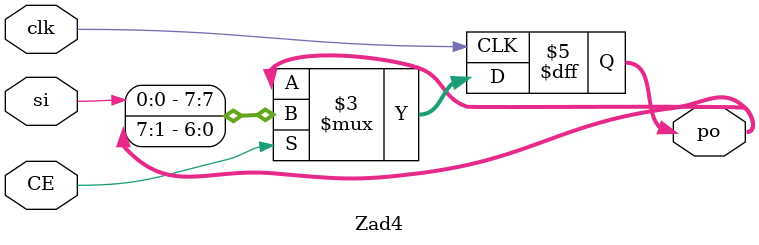
<source format=v>
`timescale 1ns / 1ps


module Zad4(
    input clk,
    input CE,
    input si,
    output reg [N-1:0] po=0
    );
    
    parameter N=8;
    
    reg [N-1:0]tmp;
    
    always @(posedge clk)
        if(CE) begin
        po<={si,po[N-1:1]};
        end
endmodule


</source>
